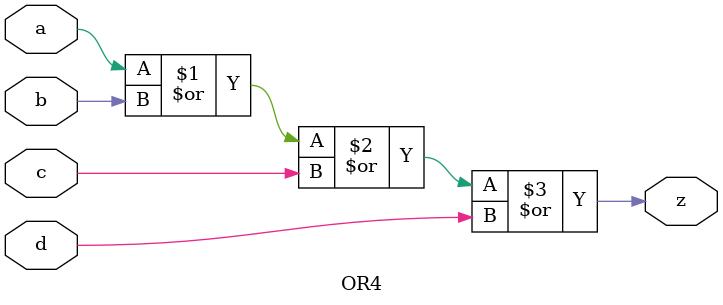
<source format=v>
module	OR4(a, b, c, d, z);

input	a, b, c, d;
output	z;

or #1 g1(z, a, b, c, d);

endmodule

</source>
